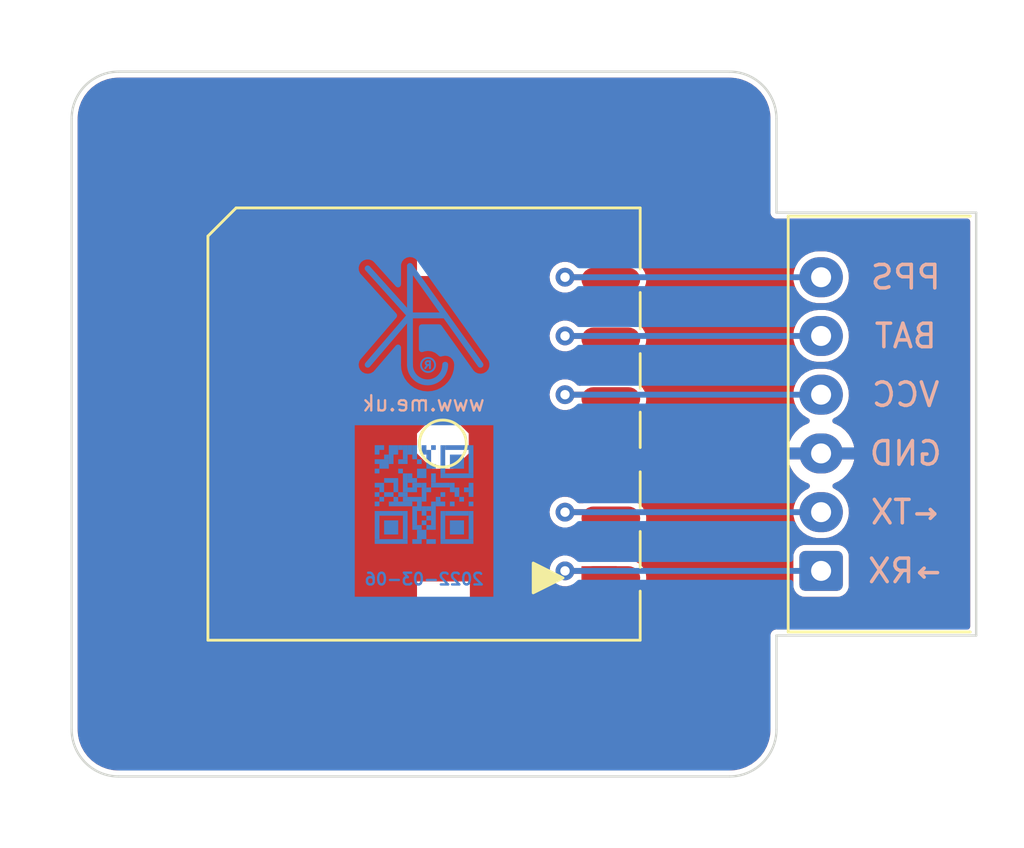
<source format=kicad_pcb>
(kicad_pcb (version 20211014) (generator pcbnew)
  (layers (0 "F.Cu" signal) (31 "B.Cu" signal) (34 "B.Paste" user) (35 "F.Paste" user) (36 "B.SilkS" user "B.Silkscreen") (37 "F.SilkS" user "F.Silkscreen") (38 "B.Mask" user) (39 "F.Mask" user) (44 "Edge.Cuts" user))
  (property "DATE" "2022-03-06")
  (net 0 "")
  (net 7 "GND")
  (net 8 "Net-(J1-Pad1)")
  (net 9 "Net-(J1-Pad2)")
  (net 10 "Net-(J1-Pad4)")
  (net 11 "Net-(J1-Pad5)")
  (net 12 "Net-(J1-Pad6)")
  (footprint "RevK:Molex_MiniSPOX_H6RA" (layer "F.Cu") (at 116.9 100 90)
    (fp_text reference "J1" hide)
    (fp_text value "Conn_01x06")
    (fp_line (start 8.85 -1.4) (end 8.85 6.35) (layer "F.SilkS") (width 0.12))
    (fp_line (start -8.85 -1.4) (end -8.85 6.35) (layer "F.SilkS") (width 0.12))
    (fp_line (start -8.85 -1.4) (end 8.85 -1.4) (layer "F.SilkS") (width 0.12))
    (pad "1" thru_hole roundrect (at -6.25 0 90) (size 1.7 1.85) (drill 0.85) (layers *.Cu *.Mask) (roundrect_rratio 0.1470588235) (net 8 "Net-(J1-Pad1)"))
    (pad "2" thru_hole oval (at -3.75 0 90) (size 1.7 1.85) (drill 0.85) (layers *.Cu *.Mask) (net 9 "Net-(J1-Pad2)"))
    (pad "3" thru_hole oval (at -1.25 0 90) (size 1.7 1.85) (drill 0.85) (layers *.Cu *.Mask) (net 7 "GND"))
    (pad "4" thru_hole oval (at 1.25 0 90) (size 1.7 1.85) (drill 0.85) (layers *.Cu *.Mask) (net 10 "Net-(J1-Pad4)"))
    (pad "5" thru_hole oval (at 3.75 0 90) (size 1.7 1.85) (drill 0.85) (layers *.Cu *.Mask) (net 11 "Net-(J1-Pad5)"))
    (pad "6" thru_hole oval (at 6.25 0 90) (size 1.7 1.85) (drill 0.85) (layers *.Cu *.Mask) (net 12 "Net-(J1-Pad6)"))
  )
  (footprint "RevK:L86-M33" (layer "F.Cu") (at 100 100)
    (fp_text reference "U1" hide)
    (fp_text value "L86-M33")
    (fp_line (start -8 -9.2) (end -9.2 -8) (layer "F.SilkS") (width 0.12))
    (fp_line (start -8 -9.2) (end 9.2 -9.2) (layer "F.SilkS") (width 0.12))
    (fp_line (start -9.2 9.2) (end -9.2 -8) (layer "F.SilkS") (width 0.12))
    (fp_line (start 9.2 -3) (end 9.2 -1.524) (layer "F.SilkS") (width 0.12))
    (fp_line (start 9.2 -9.2) (end 9.2 -6.604) (layer "F.SilkS") (width 0.12))
    (fp_line (start 9.2 9.2) (end 9.2 7.112) (layer "F.SilkS") (width 0.12))
    (fp_line (start 9.2 -5.6) (end 9.2 -4.064) (layer "F.SilkS") (width 0.12))
    (fp_line (start 9.2 -0.508) (end 9.2 1) (layer "F.SilkS") (width 0.12))
    (fp_line (start 9.2 4.572) (end 9.2 6.096) (layer "F.SilkS") (width 0.12))
    (fp_line (start -9.2 9.2) (end 9.2 9.2) (layer "F.SilkS") (width 0.12))
    (fp_line (start 9.2 2.032) (end 9.2 3.556) (layer "F.SilkS") (width 0.12))
    (fp_circle (center 0.8 0.83) (end 1.8 0.83) (layer "F.SilkS") (width 0.12) (fill none))
    (fp_poly (pts (xy 5.915 6.55) (xy 4.645 7.185) (xy 4.645 5.915)) (layer "F.SilkS") (width 0.12) (fill solid))
    (pad "1" smd roundrect (at 7.95 6.55) (size 2.5 1) (layers "F.Cu" "F.Mask") (roundrect_rratio 0.5) (net 8 "Net-(J1-Pad1)"))
    (pad "1" smd rect (at 7.45 7.175) (size 1.5 2.25) (layers "F.Cu" "F.Mask") (net 8 "Net-(J1-Pad1)"))
    (pad "2" smd roundrect (at 7.95 4.01) (size 2.5 1) (layers "F.Cu" "F.Mask") (roundrect_rratio 0.5) (net 9 "Net-(J1-Pad2)"))
    (pad "3" smd roundrect (at 7.95 1.47) (size 2.5 1) (layers "F.Cu" "F.Mask") (roundrect_rratio 0.5) (net 7 "GND"))
    (pad "4" smd roundrect (at 7.95 -1.07) (size 2.5 1) (layers "F.Cu" "F.Mask") (roundrect_rratio 0.5) (net 10 "Net-(J1-Pad4)"))
    (pad "5" smd roundrect (at 7.95 -3.61) (size 2.5 1) (layers "F.Cu" "F.Mask") (roundrect_rratio 0.5) (net 11 "Net-(J1-Pad5)"))
    (pad "6" smd roundrect (at 7.95 -6.15) (size 2.5 1) (layers "F.Cu" "F.Mask") (roundrect_rratio 0.5) (net 12 "Net-(J1-Pad6)"))
    (pad "7" smd roundrect (at -7.55 -6.15) (size 2.5 1) (layers "F.Cu" "F.Mask") (roundrect_rratio 0.5))
    (pad "8" smd roundrect (at -7.55 -3.61) (size 2.5 1) (layers "F.Cu" "F.Mask") (roundrect_rratio 0.5))
    (pad "9" smd roundrect (at -7.55 -1.07) (size 2.5 1) (layers "F.Cu" "F.Mask") (roundrect_rratio 0.5))
    (pad "10" smd roundrect (at -7.55 1.47) (size 2.5 1) (layers "F.Cu" "F.Mask") (roundrect_rratio 0.5))
    (pad "11" smd roundrect (at -7.55 4.01) (size 2.5 1) (layers "F.Cu" "F.Mask") (roundrect_rratio 0.5))
    (pad "12" smd roundrect (at -7.55 6.55) (size 2.5 1) (layers "F.Cu" "F.Mask") (roundrect_rratio 0.5))
    (zone (net 0) (net_name "") (layer "F.Cu") (connect_pads (clearance 0)) (min_thickness 0.254)
      (keepout (tracks not_allowed) (vias not_allowed) (pads not_allowed) (copperpour not_allowed) (footprints allowed))
      (fill (thermal_gap 0.508) (thermal_bridge_width 0.508))
      (polygon (pts (xy 101.9 100.4) (xy 101.9 101.25) (xy 101.25 101.9) (xy 100.35 101.9) (xy 99.7 101.25) (xy 99.7 100.4) (xy 100.35 99.75) (xy 101.25 99.75)))
    )
    (zone (net 0) (net_name "") (layer "F.Cu") (connect_pads (clearance 0)) (min_thickness 0.254)
      (keepout (tracks not_allowed) (vias not_allowed) (pads not_allowed) (copperpour not_allowed) (footprints not_allowed))
      (fill (thermal_gap 0.508) (thermal_bridge_width 0.508))
      (polygon (pts (xy 101.95 107.95) (xy 99.7 107.95) (xy 99.7 106.7) (xy 101.95 106.7)))
    )
    (zone (net 0) (net_name "") (layer "F.Cu") (connect_pads (clearance 0)) (min_thickness 0.254)
      (keepout (tracks not_allowed) (vias not_allowed) (pads not_allowed) (copperpour not_allowed) (footprints not_allowed))
      (fill (thermal_gap 0.508) (thermal_bridge_width 0.508))
      (polygon (pts (xy 101.95 93.7) (xy 99.7 93.7) (xy 99.7 92.45) (xy 101.95 92.45)))
    )
  )
  (footprint "RevK:AJK" (layer "B.Cu") (at 99.4 95.375 180)
    (fp_text reference "Logo1" hide)
    (fp_text value "AJK" hide)
    (fp_text user "www.me.uk" (at -0.58 -3.75 unlocked) (layer "B.SilkS") (effects (font (size 0.65 0.65) (thickness 0.1)) (justify mirror)))
    (fp_line (start 1.8 2) (end 0 0) (layer "B.Cu") (width 0.25))
    (fp_line (start -0.85 -1.95) (end -0.75 -1.95) (layer "B.Cu") (width 0.08))
    (fp_line (start -0.75 -2.11) (end -0.65 -2.25) (layer "B.Cu") (width 0.08))
    (fp_line (start -0.85 -1.95) (end -0.85 -2.25) (layer "B.Cu") (width 0.08))
    (fp_line (start 0 0) (end 1.8 -2.1) (layer "B.Cu") (width 0.25))
    (fp_line (start 0 0) (end -1.5 0) (layer "B.Cu") (width 0.25))
    (fp_line (start -0.85 -2.11) (end -0.75 -2.11) (layer "B.Cu") (width 0.08))
    (fp_line (start 0 2.1) (end -3 -2.1) (layer "B.Cu") (width 0.25))
    (fp_line (start 0 2.1) (end 0 -2.1) (layer "B.Cu") (width 0.25))
    (fp_arc (start -0.75 -2.11) (mid -0.67 -2.03) (end -0.75 -1.95) (layer "B.Cu") (width 0.08))
    (fp_arc (start -1.5 -2.1) (mid -0.75 -2.85) (end 0 -2.1) (layer "B.Cu") (width 0.25))
    (fp_circle (center -0.77 -2.11) (end -0.47 -2.11) (layer "B.Cu") (width 0.08) (fill none))
  )
  (footprint "RevK:QR-GPS" (layer "B.Cu") (at 100 103 180)
    (fp_text reference "U2" hide)
    (fp_text value "QR" hide)
    (fp_text user "${DATE}" (at 0 -3.6) (layer "B.Cu") (effects (font (size 0.5 0.5) (thickness 0.1)) (justify mirror)))
    (pad "" smd rect locked (at 0 0.1 180) (size 0.2 0.8) (layers "B.Cu") (clearance 0.2))
    (pad "" smd rect locked (at 2 1.9 180) (size 0.2 0.4) (layers "B.Cu") (clearance 0.2))
    (pad "" smd rect locked (at -0.4 -0.8 180) (size 0.2 1) (layers "B.Cu") (clearance 0.2))
    (pad "" smd rect locked (at -1.4 0.1 180) (size 0.2 0.4) (layers "B.Cu") (clearance 0.2))
    (pad "" smd rect locked (at 2 0.4 180) (size 0.2 0.2) (layers "B.Cu") (clearance 0.2))
    (pad "" smd rect locked (at 2 1.4 180) (size 0.2 0.2) (layers "B.Cu") (clearance 0.2))
    (pad "" smd rect locked (at 0.6 0.2 180) (size 0.6 0.2) (layers "B.Cu") (clearance 0.2))
    (pad "" smd rect locked (at 0 -1.2 180) (size 0.2 0.2) (layers "B.Cu") (clearance 0.2))
    (pad "" smd rect locked (at 1.2 -0.2 180) (size 0.2 0.2) (layers "B.Cu") (clearance 0.2))
    (pad "" smd rect locked (at -1.4 -1.4 180) (size 0.6 0.6) (layers "B.Cu") (clearance 0.2))
    (pad "" smd rect locked (at 1 2 180) (size 0.2 0.2) (layers "B.Cu") (clearance 0.2))
    (pad "" smd rect locked (at -0.7 -0.4 180) (size 0.4 0.2) (layers "B.Cu") (clearance 0.2))
    (pad "" smd rect locked (at 0.1 0.9 180) (size 0.4 0.4) (layers "B.Cu") (clearance 0.2))
    (pad "" smd rect locked (at -0.2 1.6 180) (size 0.2 0.6) (layers "B.Cu") (clearance 0.2))
    (pad "" smd rect locked (at 0.3 -1.4 180) (size 0.4 0.2) (layers "B.Cu") (clearance 0.2))
    (pad "" smd rect locked (at 1.4 1.7 180) (size 0.2 0.8) (layers "B.Cu") (clearance 0.2))
    (pad "" smd rect locked (at 1.4 -2 180) (size 1.4 0.2) (layers "B.Cu") (clearance 0.2))
    (pad "" smd rect locked (at -2 1.5 180) (size 0.2 1.2) (layers "B.Cu") (clearance 0.2))
    (pad "" smd rect locked (at -0.8 0 180) (size 0.2 0.2) (layers "B.Cu") (clearance 0.2))
    (pad "" smd rect locked (at 2 -1.3 180) (size 0.2 1.2) (layers "B.Cu") (clearance 0.2))
    (pad "" smd rect locked (at 0.4 1.8 180) (size 0.2 0.6) (layers "B.Cu") (clearance 0.2))
    (pad "" smd rect locked (at 0.2 1.4 180) (size 0.2 0.2) (layers "B.Cu") (clearance 0.2))
    (pad "" smd rect locked (at 1.4 -1.4 180) (size 0.6 0.6) (layers "B.Cu") (clearance 0.2))
    (pad "" smd rect locked (at -1.4 1.4 180) (size 0.6 0.6) (layers "B.Cu") (clearance 0.2))
    (pad "" smd rect locked (at 2 0 180) (size 0.2 0.2) (layers "B.Cu") (clearance 0.2))
    (pad "" smd rect locked (at -0.4 0.7 180) (size 0.2 0.4) (layers "B.Cu") (clearance 0.2))
    (pad "" smd rect locked (at -0.8 -1.3 180) (size 0.2 1.2) (layers "B.Cu") (clearance 0.2))
    (pad "" smd rect locked (at 1.2 0.4 180) (size 0.2 0.6) (layers "B.Cu") (clearance 0.2))
    (pad "" smd rect locked (at 0.9 0 180) (size 0.4 0.2) (layers "B.Cu") (clearance 0.2))
    (pad "" smd rect locked (at 0.8 -1.3 180) (size 0.2 1.2) (layers "B.Cu") (clearance 0.2))
    (pad "" smd rect locked (at 0.6 1.9 180) (size 0.2 0.4) (layers "B.Cu") (clearance 0.2))
    (pad "" smd rect locked (at -0.2 -0.6 180) (size 0.2 0.2) (layers "B.Cu") (clearance 0.2))
    (pad "" smd rect locked (at -0.2 0.2 180) (size 0.2 0.2) (layers "B.Cu") (clearance 0.2))
    (pad "" smd rect locked (at -0.4 2 180) (size 0.2 0.2) (layers "B.Cu") (clearance 0.2))
    (pad "" smd rect locked (at 1.5 0 180) (size 0.4 0.2) (layers "B.Cu") (clearance 0.2))
    (pad "" smd rect locked (at 0 1.9 180) (size 0.2 0.4) (layers "B.Cu") (clearance 0.2))
    (pad "" smd rect locked (at -1.4 2 180) (size 1 0.2) (layers "B.Cu") (clearance 0.2))
    (pad "" smd rect locked (at -1.2 0.3 180) (size 0.2 0.4) (layers "B.Cu") (clearance 0.2))
    (pad "" smd rect locked (at 1.4 -0.8 180) (size 1 0.2) (layers "B.Cu") (clearance 0.2))
    (pad "" smd rect locked (at -0.3 -2 180) (size 0.4 0.2) (layers "B.Cu") (clearance 0.2))
    (pad "" smd rect locked (at -1.8 0.2 180) (size 0.2 0.2) (layers "B.Cu") (clearance 0.2))
    (pad "" smd rect locked (at -0.3 -1.4 180) (size 0.4 0.2) (layers "B.Cu") (clearance 0.2))
    (pad "" smd rect locked (at 1 -0.4 180) (size 1 0.2) (layers "B.Cu") (clearance 0.2))
    (pad "" smd rect locked (at 0.3 -2 180) (size 0.4 0.2) (layers "B.Cu") (clearance 0.2))
    (pad "" smd rect locked (at 1.2 1.9 180) (size 0.2 0.4) (layers "B.Cu") (clearance 0.2))
    (pad "" smd rect locked (at 0.8 0.6 180) (size 0.2 0.6) (layers "B.Cu") (clearance 0.2))
    (pad "" smd rect locked (at 1.8 -0.2 180) (size 0.2 0.2) (layers "B.Cu") (clearance 0.2))
    (pad "" smd rect locked (at 2 1 180) (size 0.2 0.2) (layers "B.Cu") (clearance 0.2))
    (pad "" smd rect locked (at -0.3 1.2 180) (size 0.4 0.2) (layers "B.Cu") (clearance 0.2))
    (pad "" smd rect locked (at -0.2 -1 180) (size 0.2 0.2) (layers "B.Cu") (clearance 0.2))
    (pad "" smd rect locked (at 1.8 0.3 180) (size 0.2 0.4) (layers "B.Cu") (clearance 0.2))
    (pad "" smd rect locked (at 1.8 2 180) (size 0.2 0.2) (layers "B.Cu") (clearance 0.2))
    (pad "" smd rect locked (at -1.2 -0.4 180) (size 0.2 0.2) (layers "B.Cu") (clearance 0.2))
    (pad "" smd rect locked (at -0.8 1.5 180) (size 0.2 1.2) (layers "B.Cu") (clearance 0.2))
    (pad "" smd rect locked (at 0.3 0.4 180) (size 0.4 0.2) (layers "B.Cu") (clearance 0.2))
    (pad "" smd rect locked (at 0.4 -0.9 180) (size 0.2 0.8) (layers "B.Cu") (clearance 0.2))
    (pad "" smd rect locked (at -2 -1.3 180) (size 0.2 1.2) (layers "B.Cu") (clearance 0.2))
    (pad "" smd rect locked (at -0.7 0.4 180) (size 0.8 0.2) (layers "B.Cu") (clearance 0.2))
    (pad "" smd rect locked (at -1.4 -0.8 180) (size 1 0.2) (layers "B.Cu") (clearance 0.2))
    (pad "" smd rect locked (at -0.6 -0.2 180) (size 0.2 0.2) (layers "B.Cu") (clearance 0.2))
    (pad "" smd rect locked (at 0.5 0.6 180) (size 0.4 0.2) (layers "B.Cu") (clearance 0.2))
    (pad "" smd rect locked (at 0.9 1.4 180) (size 0.4 0.2) (layers "B.Cu") (clearance 0.2))
    (pad "" smd rect locked (at 1 1 180) (size 0.2 0.2) (layers "B.Cu") (clearance 0.2))
    (pad "" smd rect locked (at -1.6 -0.2 180) (size 0.2 0.2) (layers "B.Cu") (clearance 0.2))
    (pad "" smd rect locked (at 0.6 -0.2 180) (size 0.6 0.2) (layers "B.Cu") (clearance 0.2))
    (pad "" smd rect locked (at 1.7 1.3 180) (size 0.4 0.4) (layers "B.Cu") (clearance 0.2))
    (pad "" smd rect locked (at -1.4 -2 180) (size 1.4 0.2) (layers "B.Cu") (clearance 0.2))
    (pad "" smd rect locked (at 0.8 1.8 180) (size 0.2 0.6) (layers "B.Cu") (clearance 0.2))
    (pad "" smd rect locked (at -2 0.2 180) (size 0.2 0.6) (layers "B.Cu") (clearance 0.2))
    (pad "" smd rect locked (at 0.2 -0.4 180) (size 0.2 0.6) (layers "B.Cu") (clearance 0.2))
    (pad "" smd rect locked (at 1.6 1.6 180) (size 0.2 0.2) (layers "B.Cu") (clearance 0.2))
    (pad "" smd rect locked (at 0.6 0.8 180) (size 0.2 0.2) (layers "B.Cu") (clearance 0.2))
    (pad "" smd rect locked (at 0.1 -1.7 180) (size 0.4 0.4) (layers "B.Cu") (clearance 0.2))
    (pad "" smd rect locked (at 2 -0.4 180) (size 0.2 0.2) (layers "B.Cu") (clearance 0.2))
    (pad "" smd rect locked (at 0 -0.7 180) (size 0.2 0.4) (layers "B.Cu") (clearance 0.2))
    (pad "" smd rect locked (at -2 -0.4 180) (size 0.2 0.2) (layers "B.Cu") (clearance 0.2))
    (pad "" smd rect locked (at 1.5 0.6 180) (size 0.4 0.2) (layers "B.Cu") (clearance 0.2))
    (pad "" smd rect locked (at -1.4 0.8 180) (size 1.4 0.2) (layers "B.Cu") (clearance 0.2))
    (zone (net 0) (net_name "") (layer "B.Cu") (connect_pads (clearance 0)) (min_thickness 0.254)
      (keepout (tracks not_allowed) (vias not_allowed) (pads allowed) (copperpour not_allowed) (footprints not_allowed))
      (fill (thermal_gap 0.508) (thermal_bridge_width 0.508))
      (polygon (pts (xy 97.05 107.35) (xy 102.95 107.35) (xy 102.95 100.05) (xy 97.05 100.05)))
    )
  )
  (gr_line (start 115 109) (end 115 113) (layer "Edge.Cuts") (width 0.1))
  (gr_arc (start 115 113) (mid 114.414214 114.414214) (end 113 115) (layer "Edge.Cuts") (width 0.1))
  (gr_line (start 87 85) (end 113 85) (layer "Edge.Cuts") (width 0.1))
  (gr_line (start 115 91) (end 123.5 91) (layer "Edge.Cuts") (width 0.1))
  (gr_line (start 123.5 109) (end 115 109) (layer "Edge.Cuts") (width 0.1))
  (gr_arc (start 87 115) (mid 85.585786 114.414214) (end 85 113) (layer "Edge.Cuts") (width 0.1))
  (gr_line (start 113 115) (end 87 115) (layer "Edge.Cuts") (width 0.1))
  (gr_line (start 115 87) (end 115 91) (layer "Edge.Cuts") (width 0.1))
  (gr_arc (start 113 85) (mid 114.414214 85.585786) (end 115 87) (layer "Edge.Cuts") (width 0.1))
  (gr_arc (start 85 87) (mid 85.585786 85.585786) (end 87 85) (layer "Edge.Cuts") (width 0.1))
  (gr_line (start 85 113) (end 85 87) (layer "Edge.Cuts") (width 0.1))
  (gr_line (start 123.5 91) (end 123.5 109) (layer "Edge.Cuts") (width 0.1))
  (gr_text "→RX" (at 120.5 106.25) (layer "B.SilkS") (effects (font (size 1 1)) (justify mirror)))
  (gr_text "BAT" (at 120.5 96.25) (layer "B.SilkS") (effects (font (size 1 1)) (justify mirror)))
  (gr_text "←TX" (at 120.5 103.75) (layer "B.SilkS") (effects (font (size 1 1)) (justify mirror)))
  (gr_text "GND" (at 120.5 101.25) (layer "B.SilkS") (effects (font (size 1 1)) (justify mirror)))
  (gr_text "VCC" (at 120.5 98.75) (layer "B.SilkS") (effects (font (size 1 1)) (justify mirror)))
  (gr_text "PPS" (at 120.5 93.75) (layer "B.SilkS") (effects (font (size 1 1)) (justify mirror)))
  (segment (start 106 106.25) (end 107.65 106.25) (width 0.25) (layer "F.Cu") (net 8))
  (segment (start 107.65 106.25) (end 107.95 106.55) (width 0.25) (layer "F.Cu") (net 8))
  (via (at 106 106.25) (size 0.8) (drill 0.4) (layers "F.Cu" "B.Cu") (net 8))
  (segment (start 106 106.25) (end 116.9 106.25) (width 0.25) (layer "B.Cu") (net 8))
  (segment (start 106 103.75) (end 107.69 103.75) (width 0.25) (layer "F.Cu") (net 9))
  (segment (start 107.69 103.75) (end 107.95 104.01) (width 0.25) (layer "F.Cu") (net 9))
  (via (at 106 103.75) (size 0.8) (drill 0.4) (layers "F.Cu" "B.Cu") (net 9))
  (segment (start 106 103.75) (end 116.9 103.75) (width 0.25) (layer "B.Cu") (net 9))
  (segment (start 107.77 98.75) (end 107.95 98.93) (width 0.25) (layer "F.Cu") (net 10))
  (segment (start 106 98.75) (end 107.77 98.75) (width 0.25) (layer "F.Cu") (net 10))
  (via (at 106 98.75) (size 0.8) (drill 0.4) (layers "F.Cu" "B.Cu") (net 10))
  (segment (start 106 98.75) (end 116.9 98.75) (width 0.25) (layer "B.Cu") (net 10))
  (segment (start 106 96.25) (end 107.81 96.25) (width 0.25) (layer "F.Cu") (net 11))
  (segment (start 107.81 96.25) (end 107.95 96.39) (width 0.25) (layer "F.Cu") (net 11))
  (via (at 106 96.25) (size 0.8) (drill 0.4) (layers "F.Cu" "B.Cu") (net 11))
  (segment (start 106 96.25) (end 116.9 96.25) (width 0.25) (layer "B.Cu") (net 11))
  (segment (start 106 93.75) (end 107.85 93.75) (width 0.25) (layer "F.Cu") (net 12))
  (segment (start 107.85 93.75) (end 107.95 93.85) (width 0.25) (layer "F.Cu") (net 12))
  (via (at 106 93.75) (size 0.8) (drill 0.4) (layers "F.Cu" "B.Cu") (net 12))
  (segment (start 106 93.75) (end 116.9 93.75) (width 0.25) (layer "B.Cu") (net 12))
  (zone (net 7) (net_name "GND") (layers F&B.Cu) (connect_pads (clearance 0.254)) (min_thickness 0.254) (fill yes (thermal_gap 0.508) (thermal_bridge_width 0.508))
    (polygon (pts (xy 115 91) (xy 124 91) (xy 124 109) (xy 115 109) (xy 115 115) (xy 85 115) (xy 85 85) (xy 115 85)))
  )
)
</source>
